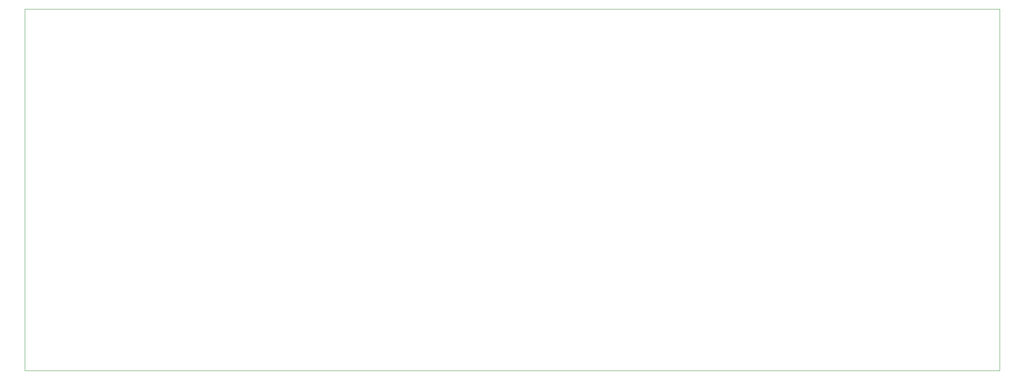
<source format=gm1>
%TF.GenerationSoftware,KiCad,Pcbnew,(6.0.7-1)-1*%
%TF.CreationDate,2022-09-14T08:57:37+02:00*%
%TF.ProjectId,yts-pcb,7974732d-7063-4622-9e6b-696361645f70,rev?*%
%TF.SameCoordinates,Original*%
%TF.FileFunction,Profile,NP*%
%FSLAX46Y46*%
G04 Gerber Fmt 4.6, Leading zero omitted, Abs format (unit mm)*
G04 Created by KiCad (PCBNEW (6.0.7-1)-1) date 2022-09-14 08:57:37*
%MOMM*%
%LPD*%
G01*
G04 APERTURE LIST*
%TA.AperFunction,Profile*%
%ADD10C,0.100000*%
%TD*%
G04 APERTURE END LIST*
D10*
X40000000Y-41000000D02*
X250000000Y-41000000D01*
X250000000Y-41000000D02*
X250000000Y-119000000D01*
X250000000Y-119000000D02*
X40000000Y-119000000D01*
X40000000Y-119000000D02*
X40000000Y-41000000D01*
M02*

</source>
